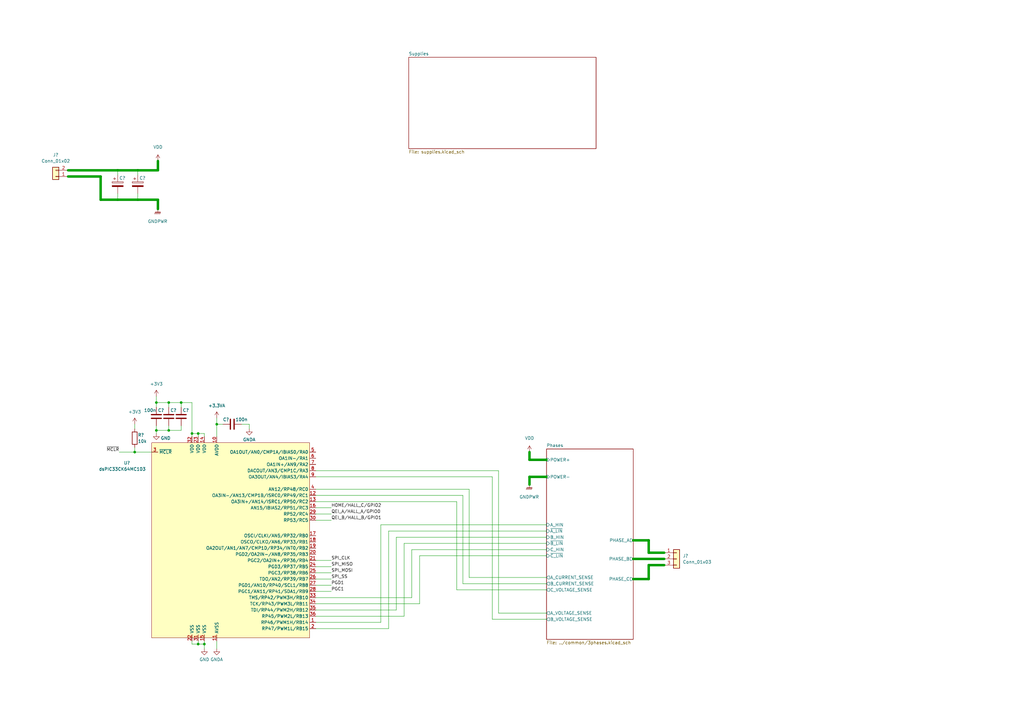
<source format=kicad_sch>
(kicad_sch (version 20211123) (generator eeschema)
  (paper "A3")
  (lib_symbols
    (symbol "Connector_Generic:Conn_01x02" (pin_names (offset 1.016) hide)
      (property "Reference" "J" (at 0 2.54 0))
      (property "Value" "Conn_01x02" (at 0 -5.08 0))
      (symbol "Conn_01x02_1_1"
        (rectangle (start -1.27 -2.413) (end 0 -2.667) (stroke (width 0.1524)))
        (rectangle (start -1.27 0.127) (end 0 -0.127) (stroke (width 0.1524)))
        (rectangle (start -1.27 1.27) (end 1.27 -3.81) (stroke (width 0.254)) (fill (type background)))
        (pin passive line (at -5.08 0 0) (length 3.81) (name "Pin_1") (number "1"))
        (pin passive line (at -5.08 -2.54 0) (length 3.81) (name "Pin_2") (number "2"))
      )
    )
    (symbol "Connector_Generic:Conn_01x03" (pin_names (offset 1.016) hide)
      (property "Reference" "J" (at 0 5.08 0))
      (property "Value" "Conn_01x03" (at 0 -5.08 0))
      (symbol "Conn_01x03_1_1"
        (rectangle (start -1.27 -2.413) (end 0 -2.667) (stroke (width 0.1524)))
        (rectangle (start -1.27 0.127) (end 0 -0.127) (stroke (width 0.1524)))
        (rectangle (start -1.27 2.667) (end 0 2.413) (stroke (width 0.1524)))
        (rectangle (start -1.27 3.81) (end 1.27 -3.81) (stroke (width 0.254)) (fill (type background)))
        (pin passive line (at -5.08 2.54 0) (length 3.81) (name "Pin_1") (number "1"))
        (pin passive line (at -5.08 0 0) (length 3.81) (name "Pin_2") (number "2"))
        (pin passive line (at -5.08 -2.54 0) (length 3.81) (name "Pin_3") (number "3"))
      )
    )
    (symbol "Device:C" (pin_numbers hide) (pin_names (offset 0.254))
      (property "Reference" "C" (at 0.635 2.54 0))
      (property "Value" "C" (at 0.635 -2.54 0))
      (symbol "C_0_1"
        (polyline (pts (xy -2.032 -0.762) (xy 2.032 -0.762)) (stroke (width 0.508)))
        (polyline (pts (xy -2.032 0.762) (xy 2.032 0.762)) (stroke (width 0.508)))
      )
      (symbol "C_1_1"
        (pin passive line (at 0 3.81 270) (length 2.794) (name "~") (number "1"))
        (pin passive line (at 0 -3.81 90) (length 2.794) (name "~") (number "2"))
      )
    )
    (symbol "Device:C_Polarized" (pin_numbers hide) (pin_names (offset 0.254))
      (property "Reference" "C" (at 0.635 2.54 0))
      (property "Value" "C_Polarized" (at 0.635 -2.54 0))
      (symbol "C_Polarized_0_1"
        (rectangle (start -2.286 0.508) (end 2.286 1.016))
        (polyline (pts (xy -1.778 2.286) (xy -0.762 2.286)))
        (polyline (pts (xy -1.27 2.794) (xy -1.27 1.778)))
        (rectangle (start 2.286 -0.508) (end -2.286 -1.016) (fill (type outline)))
      )
      (symbol "C_Polarized_1_1"
        (pin passive line (at 0 3.81 270) (length 2.794) (name "~") (number "1"))
        (pin passive line (at 0 -3.81 90) (length 2.794) (name "~") (number "2"))
      )
    )
    (symbol "Device:R" (pin_numbers hide) (pin_names (offset 0))
      (property "Reference" "R" (at 2.032 0 90))
      (property "Value" "R" (at 0 0 90))
      (symbol "R_0_1"
        (rectangle (start -1.016 -2.54) (end 1.016 2.54) (stroke (width 0.254)))
      )
      (symbol "R_1_1"
        (pin passive line (at 0 3.81 270) (length 1.27) (name "~") (number "1"))
        (pin passive line (at 0 -3.81 90) (length 1.27) (name "~") (number "2"))
      )
    )
    (symbol "power:+3.3V" (power) (pin_names (offset 0))
      (property "Value" "+3.3V" (at 0 3.556 0))
      (symbol "+3.3V_0_1"
        (polyline (pts (xy -0.762 1.27) (xy 0 2.54)))
        (polyline (pts (xy 0 0) (xy 0 2.54)))
        (polyline (pts (xy 0 2.54) (xy 0.762 1.27)))
      )
      (symbol "+3.3V_1_1"
        (pin power_in line (at 0 0 90) (length 0) hide (name "+3V3") (number "1"))
      )
    )
    (symbol "power:+3.3VA" (power) (pin_names (offset 0))
      (property "Value" "+3.3VA" (at 0 3.556 0))
      (symbol "+3.3VA_0_1"
        (polyline (pts (xy -0.762 1.27) (xy 0 2.54)))
        (polyline (pts (xy 0 0) (xy 0 2.54)))
        (polyline (pts (xy 0 2.54) (xy 0.762 1.27)))
      )
      (symbol "+3.3VA_1_1"
        (pin power_in line (at 0 0 90) (length 0) hide (name "+3.3VA") (number "1"))
      )
    )
    (symbol "power:GND" (power) (pin_names (offset 0))
      (property "Value" "GND" (at 0 -3.81 0))
      (symbol "GND_0_1"
        (polyline (pts (xy 0 0) (xy 0 -1.27) (xy 1.27 -1.27) (xy 0 -2.54) (xy -1.27 -1.27) (xy 0 -1.27)))
      )
      (symbol "GND_1_1"
        (pin power_in line (at 0 0 270) (length 0) hide (name "GND") (number "1"))
      )
    )
    (symbol "power:GNDA" (power) (pin_names (offset 0))
      (property "Value" "GNDA" (at 0 -3.81 0))
      (symbol "GNDA_0_1"
        (polyline (pts (xy 0 0) (xy 0 -1.27) (xy 1.27 -1.27) (xy 0 -2.54) (xy -1.27 -1.27) (xy 0 -1.27)))
      )
      (symbol "GNDA_1_1"
        (pin power_in line (at 0 0 270) (length 0) hide (name "GNDA") (number "1"))
      )
    )
    (symbol "power:GNDPWR" (power) (pin_names (offset 0))
      (property "Value" "GNDPWR" (at 0 -3.302 0))
      (symbol "GNDPWR_0_1"
        (polyline (pts (xy 0 -1.27) (xy 0 0)))
        (polyline (pts (xy -1.016 -1.27) (xy -1.27 -2.032) (xy -1.27 -2.032)) (stroke (width 0.2032)))
        (polyline (pts (xy -0.508 -1.27) (xy -0.762 -2.032) (xy -0.762 -2.032)) (stroke (width 0.2032)))
        (polyline (pts (xy 0 -1.27) (xy -0.254 -2.032) (xy -0.254 -2.032)) (stroke (width 0.2032)))
        (polyline (pts (xy 0.508 -1.27) (xy 0.254 -2.032) (xy 0.254 -2.032)) (stroke (width 0.2032)))
        (polyline (pts (xy 1.016 -1.27) (xy -1.016 -1.27) (xy -1.016 -1.27)) (stroke (width 0.2032)))
        (polyline (pts (xy 1.016 -1.27) (xy 0.762 -2.032) (xy 0.762 -2.032) (xy 0.762 -2.032)) (stroke (width 0.2032)))
      )
      (symbol "GNDPWR_1_1"
        (pin power_in line (at 0 0 270) (length 0) hide (name "GNDPWR") (number "1"))
      )
    )
    (symbol "power:VDD" (power) (pin_names (offset 0))
      (property "Value" "VDD" (at 0 3.81 0))
      (symbol "VDD_0_1"
        (polyline (pts (xy -0.762 1.27) (xy 0 2.54)))
        (polyline (pts (xy 0 0) (xy 0 2.54)))
        (polyline (pts (xy 0 2.54) (xy 0.762 1.27)))
      )
      (symbol "VDD_1_1"
        (pin power_in line (at 0 0 90) (length 0) hide (name "VDD") (number "1"))
      )
    )
    (symbol "symbols:dsPIC33CK64MC103"
      (property "Reference" "U" (at -15.24 -1.27 0))
      (property "Value" "dsPIC33CK64MC103" (at -15.24 -1.27 0))
      (symbol "dsPIC33CK64MC103_0_1"
        (rectangle (start -35.56 39.37) (end 29.21 -40.64) (fill (type background)))
      )
      (symbol "dsPIC33CK64MC103_1_1"
        (pin bidirectional line (at 31.75 -34.29 180) (length 2.54) (name "RP46/PWM1H/RB14") (number "1"))
        (pin power_in line (at -8.89 41.91 270) (length 2.54) (name "AVDD") (number "10"))
        (pin power_in line (at -8.89 -41.91 90) (length 2.54) (name "AVSS") (number "11"))
        (pin bidirectional line (at 31.75 17.78 180) (length 2.54) (name "OA3IN-/AN13/CMP1B/ISRC0/RP49/RC1") (number "12"))
        (pin bidirectional line (at 31.75 15.24 180) (length 2.54) (name "OA3IN+/AN14/ISRC1/RP50/RC2") (number "13"))
        (pin power_in line (at -13.97 41.91 270) (length 2.54) (name "VDD") (number "14"))
        (pin power_in line (at -13.97 -41.91 90) (length 2.54) (name "VSS") (number "15"))
        (pin bidirectional line (at 31.75 12.7 180) (length 2.54) (name "AN15/IBIAS2/RP51/RC3") (number "16"))
        (pin bidirectional line (at 31.75 1.27 180) (length 2.54) (name "OSCI/CLKI/AN5/RP32/RB0") (number "17"))
        (pin bidirectional line (at 31.75 -1.27 180) (length 2.54) (name "OSCO/CLKO/AN6/RP33/RB1") (number "18"))
        (pin bidirectional line (at 31.75 -3.81 180) (length 2.54) (name "OA2OUT/AN1/AN7/CMP1D/RP34/INT0/RB2") (number "19"))
        (pin bidirectional line (at 31.75 -36.83 180) (length 2.54) (name "RP47/PWM1L/RB15") (number "2"))
        (pin bidirectional line (at 31.75 -6.35 180) (length 2.54) (name "PGD2/OA2IN-/AN8/RP35/RB3") (number "20"))
        (pin bidirectional line (at 31.75 -8.89 180) (length 2.54) (name "PGC2/OA2IN+/RP36/RB4") (number "21"))
        (pin power_in line (at -19.05 -41.91 90) (length 2.54) (name "VSS") (number "22"))
        (pin power_in line (at -16.51 41.91 270) (length 2.54) (name "VDD") (number "23"))
        (pin bidirectional line (at 31.75 -11.43 180) (length 2.54) (name "PGD3/RP37/RB5") (number "24"))
        (pin bidirectional line (at 31.75 -13.97 180) (length 2.54) (name "PGC3/RP38/RB6") (number "25"))
        (pin bidirectional line (at 31.75 -16.51 180) (length 2.54) (name "TDO/AN2/RP39/RB7") (number "26"))
        (pin bidirectional line (at 31.75 -19.05 180) (length 2.54) (name "PGD1/AN10/RP40/SCL1/RB8") (number "27"))
        (pin bidirectional line (at 31.75 -21.59 180) (length 2.54) (name "PGC1/AN11/RP41/SDA1/RB9") (number "28"))
        (pin bidirectional line (at 31.75 10.16 180) (length 2.54) (name "RP52/RC4") (number "29"))
        (pin input line (at -35.56 35.56 0) (length 2.54) (name "~{MCLR}") (number "3"))
        (pin bidirectional line (at 31.75 7.62 180) (length 2.54) (name "RP53/RC5") (number "30"))
        (pin power_in line (at -16.51 -41.91 90) (length 2.54) (name "VSS") (number "31"))
        (pin power_in line (at -19.05 41.91 270) (length 2.54) (name "VDD") (number "32"))
        (pin bidirectional line (at 31.75 -24.13 180) (length 2.54) (name "TMS/RP42/PWM3H/RB10") (number "33"))
        (pin bidirectional line (at 31.75 -26.67 180) (length 2.54) (name "TCK/RP43/PWM3L/RB11") (number "34"))
        (pin bidirectional line (at 31.75 -29.21 180) (length 2.54) (name "TDI/RP44/PWM2H/RB12") (number "35"))
        (pin bidirectional line (at 31.75 -31.75 180) (length 2.54) (name "RP45/PWM2L/RB13") (number "36"))
        (pin bidirectional line (at 31.75 20.32 180) (length 2.54) (name "AN12/RP48/RC0") (number "4"))
        (pin bidirectional line (at 31.75 35.56 180) (length 2.54) (name "OA1OUT/AN0/CMP1A/IBIAS0/RA0") (number "5"))
        (pin bidirectional line (at 31.75 33.02 180) (length 2.54) (name "OA1IN-/RA1") (number "6"))
        (pin bidirectional line (at 31.75 30.48 180) (length 2.54) (name "OA1IN+/AN9/RA2") (number "7"))
        (pin bidirectional line (at 31.75 27.94 180) (length 2.54) (name "DACOUT/AN3/CMP1C/RA3") (number "8"))
        (pin bidirectional line (at 31.75 25.4 180) (length 2.54) (name "OA3OUT/AN4/IBIAS3/RA4") (number "9"))
      )
    )
  )
  (junction (at 81.28 264.16))
  (junction (at 81.28 177.8))
  (junction (at 88.9 173.99))
  (junction (at 56.515 81.915))
  (junction (at 69.215 176.53))
  (junction (at 83.82 264.16))
  (junction (at 48.26 81.915))
  (junction (at 64.135 176.53))
  (junction (at 69.215 165.1))
  (junction (at 64.135 165.1))
  (junction (at 78.74 177.8))
  (junction (at 56.515 69.85))
  (junction (at 74.295 165.1))
  (junction (at 55.245 185.42))
  (junction (at 48.26 69.85))
  (wire (pts (xy 266.065 237.49) (xy 259.715 237.49)) (stroke (width 1)))
  (wire (pts (xy 224.155 195.58) (xy 217.17 195.58)) (stroke (width 1)))
  (wire (pts (xy 102.235 173.99) (xy 99.06 173.99)))
  (wire (pts (xy 129.54 234.95) (xy 135.89 234.95)))
  (wire (pts (xy 78.74 177.8) (xy 81.28 177.8)))
  (wire (pts (xy 162.56 250.19) (xy 129.54 250.19)))
  (wire (pts (xy 168.91 225.425) (xy 224.155 225.425)))
  (wire (pts (xy 88.9 173.99) (xy 91.44 173.99)))
  (wire (pts (xy 172.085 247.65) (xy 129.54 247.65)))
  (wire (pts (xy 69.215 174.625) (xy 69.215 176.53)))
  (wire (pts (xy 64.135 176.53) (xy 64.135 177.8)))
  (wire (pts (xy 217.17 188.595) (xy 224.155 188.595)) (stroke (width 1)))
  (wire (pts (xy 48.26 79.375) (xy 48.26 81.915)))
  (wire (pts (xy 129.54 213.36) (xy 135.89 213.36)))
  (wire (pts (xy 83.82 177.8) (xy 81.28 177.8)))
  (wire (pts (xy 189.865 239.395) (xy 189.865 203.2)))
  (wire (pts (xy 129.54 242.57) (xy 135.89 242.57)))
  (wire (pts (xy 64.135 162.56) (xy 64.135 165.1)))
  (wire (pts (xy 56.515 69.85) (xy 64.77 69.85)) (stroke (width 1)))
  (wire (pts (xy 129.54 210.82) (xy 135.89 210.82)))
  (wire (pts (xy 48.26 81.915) (xy 56.515 81.915)) (stroke (width 1)))
  (wire (pts (xy 204.47 251.46) (xy 204.47 193.04)))
  (wire (pts (xy 81.28 177.8) (xy 81.28 179.07)))
  (wire (pts (xy 83.82 179.07) (xy 83.82 177.8)))
  (wire (pts (xy 41.275 81.915) (xy 48.26 81.915)) (stroke (width 1)))
  (wire (pts (xy 201.93 195.58) (xy 201.93 254)))
  (wire (pts (xy 224.155 220.345) (xy 162.56 220.345)))
  (wire (pts (xy 172.085 227.965) (xy 172.085 247.65)))
  (wire (pts (xy 88.9 179.07) (xy 88.9 173.99)))
  (wire (pts (xy 129.54 200.66) (xy 192.405 200.66)))
  (wire (pts (xy 224.155 215.265) (xy 156.21 215.265)))
  (wire (pts (xy 187.325 241.935) (xy 187.325 205.74)))
  (wire (pts (xy 224.155 241.935) (xy 187.325 241.935)))
  (wire (pts (xy 224.155 251.46) (xy 204.47 251.46)))
  (wire (pts (xy 165.735 252.73) (xy 165.735 222.885)))
  (wire (pts (xy 69.215 176.53) (xy 74.295 176.53)))
  (wire (pts (xy 129.54 208.28) (xy 135.89 208.28)))
  (wire (pts (xy 64.135 174.625) (xy 64.135 176.53)))
  (wire (pts (xy 259.715 229.235) (xy 272.415 229.235)) (stroke (width 1)))
  (wire (pts (xy 56.515 79.375) (xy 56.515 81.915)))
  (wire (pts (xy 129.54 245.11) (xy 168.91 245.11)))
  (wire (pts (xy 88.9 262.89) (xy 88.9 266.065)))
  (wire (pts (xy 266.065 231.775) (xy 266.065 237.49)) (stroke (width 1)))
  (wire (pts (xy 83.82 264.16) (xy 83.82 266.065)))
  (wire (pts (xy 55.245 185.42) (xy 55.245 183.515)))
  (wire (pts (xy 78.74 264.16) (xy 81.28 264.16)))
  (wire (pts (xy 266.065 226.695) (xy 272.415 226.695)) (stroke (width 1)))
  (wire (pts (xy 129.54 240.03) (xy 135.89 240.03)))
  (wire (pts (xy 224.155 227.965) (xy 172.085 227.965)))
  (wire (pts (xy 192.405 200.66) (xy 192.405 236.855)))
  (wire (pts (xy 78.74 177.8) (xy 78.74 165.1)))
  (wire (pts (xy 129.54 229.87) (xy 135.89 229.87)))
  (wire (pts (xy 156.21 215.265) (xy 156.21 255.27)))
  (wire (pts (xy 69.215 165.1) (xy 64.135 165.1)))
  (wire (pts (xy 64.77 81.915) (xy 64.77 85.725)) (stroke (width 1)))
  (wire (pts (xy 102.235 175.895) (xy 102.235 173.99)))
  (wire (pts (xy 168.91 245.11) (xy 168.91 225.425)))
  (wire (pts (xy 224.155 236.855) (xy 192.405 236.855)))
  (wire (pts (xy 48.895 185.42) (xy 55.245 185.42)))
  (wire (pts (xy 41.275 81.915) (xy 41.275 72.39)) (stroke (width 1)))
  (wire (pts (xy 62.23 185.42) (xy 55.245 185.42)))
  (wire (pts (xy 83.82 264.16) (xy 83.82 262.89)))
  (wire (pts (xy 56.515 81.915) (xy 64.77 81.915)) (stroke (width 1)))
  (wire (pts (xy 162.56 220.345) (xy 162.56 250.19)))
  (wire (pts (xy 78.74 179.07) (xy 78.74 177.8)))
  (wire (pts (xy 81.28 262.89) (xy 81.28 264.16)))
  (wire (pts (xy 129.54 195.58) (xy 201.93 195.58)))
  (wire (pts (xy 56.515 69.85) (xy 56.515 71.755)))
  (wire (pts (xy 159.385 257.81) (xy 159.385 217.805)))
  (wire (pts (xy 55.245 173.99) (xy 55.245 175.895)))
  (wire (pts (xy 224.155 239.395) (xy 189.865 239.395)))
  (wire (pts (xy 64.135 165.1) (xy 64.135 167.005)))
  (wire (pts (xy 129.54 252.73) (xy 165.735 252.73)))
  (wire (pts (xy 204.47 193.04) (xy 129.54 193.04)))
  (wire (pts (xy 201.93 254) (xy 224.155 254)))
  (wire (pts (xy 64.77 66.04) (xy 64.77 69.85)) (stroke (width 1)))
  (wire (pts (xy 266.065 221.615) (xy 266.065 226.695)) (stroke (width 1)))
  (wire (pts (xy 272.415 231.775) (xy 266.065 231.775)) (stroke (width 1)))
  (wire (pts (xy 27.94 72.39) (xy 41.275 72.39)) (stroke (width 1)))
  (wire (pts (xy 165.735 222.885) (xy 224.155 222.885)))
  (wire (pts (xy 81.28 264.16) (xy 83.82 264.16)))
  (wire (pts (xy 156.21 255.27) (xy 129.54 255.27)))
  (wire (pts (xy 217.17 185.42) (xy 217.17 188.595)) (stroke (width 1)))
  (wire (pts (xy 159.385 217.805) (xy 224.155 217.805)))
  (wire (pts (xy 129.54 257.81) (xy 159.385 257.81)))
  (wire (pts (xy 48.26 69.85) (xy 48.26 71.755)))
  (wire (pts (xy 74.295 165.1) (xy 69.215 165.1)))
  (wire (pts (xy 78.74 262.89) (xy 78.74 264.16)))
  (wire (pts (xy 74.295 176.53) (xy 74.295 174.625)))
  (wire (pts (xy 74.295 165.1) (xy 74.295 167.005)))
  (wire (pts (xy 27.94 69.85) (xy 48.26 69.85)) (stroke (width 1)))
  (wire (pts (xy 69.215 165.1) (xy 69.215 167.005)))
  (wire (pts (xy 78.74 165.1) (xy 74.295 165.1)))
  (wire (pts (xy 88.9 171.45) (xy 88.9 173.99)))
  (wire (pts (xy 187.325 205.74) (xy 129.54 205.74)))
  (wire (pts (xy 129.54 232.41) (xy 135.89 232.41)))
  (wire (pts (xy 259.715 221.615) (xy 266.065 221.615)) (stroke (width 1)))
  (wire (pts (xy 129.54 237.49) (xy 135.89 237.49)))
  (wire (pts (xy 64.135 176.53) (xy 69.215 176.53)))
  (wire (pts (xy 189.865 203.2) (xy 129.54 203.2)))
  (wire (pts (xy 48.26 69.85) (xy 56.515 69.85)) (stroke (width 1)))
  (wire (pts (xy 217.17 195.58) (xy 217.17 198.755)) (stroke (width 1)))
  (label "PGC1" (at 135.89 242.57 0))
  (label "PGD1" (at 135.89 240.03 0))
  (label "SPI_SS" (at 135.89 237.49 0))
  (label "SPI_CLK" (at 135.89 229.87 0))
  (label "~{MCLR}" (at 48.895 185.42 180))
  (label "SPI_MOSI" (at 135.89 234.95 0))
  (label "QEI_A{slash}HALL_A{slash}GPIO0" (at 135.89 210.82 0))
  (label "HOME{slash}HALL_C{slash}GPIO2" (at 135.89 208.28 0))
  (label "SPI_MISO" (at 135.89 232.41 0))
  (label "QEI_B{slash}HALL_B{slash}GPIO1" (at 135.89 213.36 0))
  (symbol (lib_id "Device:C") (at 74.295 170.815 180) (unit 1)
    (property "Reference" "C?" (at 74.93 168.275 0) (effects (justify right)))
    (property "Value" "100n" (effects hide))
  )
  (symbol (lib_id "Connector_Generic:Conn_01x02") (at 22.86 72.39 180) (unit 1)
    (property "Reference" "J?" (at 22.86 63.5 0))
    (property "Value" "Conn_01x02" (at 22.86 66.04 0))
  )
  (symbol (lib_id "Device:C_Polarized") (at 48.26 75.565 0) (unit 1)
    (property "Reference" "C?" (at 48.895 73.025 0) (effects (justify left)))
    (property "Value" "C_Polarized" (effects hide))
  )
  (symbol (lib_id "power:+3.3V") (at 55.245 173.99 0) (unit 1)
    (property "Reference" "#PWR?" (effects hide))
    (property "Value" "+3.3V" (at 55.245 168.91 0))
  )
  (symbol (lib_id "power:GNDPWR") (at 64.77 85.725 0) (unit 1)
    (property "Reference" "#PWR?" (effects hide))
    (property "Value" "GNDPWR" (at 64.643 90.805 0))
  )
  (symbol (lib_id "Device:R") (at 55.245 179.705 0) (unit 1)
    (property "Reference" "R?" (at 56.515 178.435 0) (effects (justify left)))
    (property "Value" "10k" (at 56.515 180.975 0) (effects (justify left)))
  )
  (symbol (lib_id "power:+3.3VA") (at 88.9 171.45 0) (unit 1)
    (property "Reference" "#PWR?" (effects hide))
    (property "Value" "+3.3VA" (at 88.9 166.37 0))
  )
  (symbol (lib_id "power:GND") (at 64.135 177.8 0) (unit 1)
    (property "Reference" "#PWR?" (effects hide))
    (property "Value" "GND" (at 67.945 179.705 0))
  )
  (symbol (lib_id "power:GNDPWR") (at 217.17 198.755 0) (unit 1)
    (property "Reference" "#PWR?" (effects hide))
    (property "Value" "GNDPWR" (at 217.043 203.835 0))
  )
  (symbol (lib_id "symbols:dsPIC33CK64MC103") (at 97.79 220.98 0) (unit 1)
    (property "Reference" "U?" (at 52.07 189.865 0))
    (property "Value" "dsPIC33CK64MC103" (at 50.165 192.405 0))
  )
  (symbol (lib_id "Device:C") (at 64.135 170.815 180) (unit 1)
    (property "Reference" "C?" (at 64.77 168.275 0) (effects (justify right)))
    (property "Value" "100n" (at 59.055 168.275 0) (effects (justify right)))
  )
  (symbol (lib_id "power:GNDA") (at 102.235 175.895 0) (unit 1)
    (property "Reference" "#PWR?" (effects hide))
    (property "Value" "GNDA" (at 102.235 180.34 0))
  )
  (symbol (lib_id "power:GND") (at 83.82 266.065 0) (unit 1)
    (property "Reference" "#PWR?" (effects hide))
    (property "Value" "GND" (at 83.82 270.51 0))
  )
  (symbol (lib_id "power:GNDA") (at 88.9 266.065 0) (unit 1)
    (property "Reference" "#PWR?" (effects hide))
    (property "Value" "GNDA" (at 88.9 270.51 0))
  )
  (symbol (lib_id "power:+3.3V") (at 64.135 162.56 0) (unit 1)
    (property "Reference" "#PWR?" (effects hide))
    (property "Value" "+3.3V" (at 64.135 157.48 0))
  )
  (symbol (lib_id "Device:C") (at 69.215 170.815 180) (unit 1)
    (property "Reference" "C?" (at 69.85 168.275 0) (effects (justify right)))
    (property "Value" "100n" (effects hide))
  )
  (symbol (lib_id "power:VDD") (at 217.17 185.42 0) (unit 1)
    (property "Reference" "#PWR?" (effects hide))
    (property "Value" "VDD" (at 217.17 179.705 0))
  )
  (symbol (lib_id "Connector_Generic:Conn_01x03") (at 277.495 229.235 0) (unit 1)
    (property "Reference" "J?" (at 280.035 227.9649 0) (effects (justify left)))
    (property "Value" "Conn_01x03" (at 280.035 230.5049 0) (effects (justify left)))
  )
  (symbol (lib_id "power:VDD") (at 64.77 66.04 0) (unit 1)
    (property "Reference" "#PWR?" (effects hide))
    (property "Value" "VDD" (at 64.77 60.325 0))
  )
  (symbol (lib_id "Device:C_Polarized") (at 56.515 75.565 0) (unit 1)
    (property "Reference" "C?" (at 57.15 73.025 0) (effects (justify left)))
    (property "Value" "C_Polarized" (effects hide))
  )
  (symbol (lib_id "Device:C") (at 95.25 173.99 90) (unit 1)
    (property "Reference" "C?" (at 92.71 172.085 90))
    (property "Value" "100n" (at 99.06 172.085 90))
  )
  (sheet (at 167.64 23.495) (size 76.835 37.465) (stroke (width 0.1524))
    (property "Sheet name" "Supplies" (at 167.64 22.7834 0) (effects (justify left bottom)))
    (property "Sheet file" "supplies.kicad_sch" (at 167.64 61.5446 0) (effects (justify left top)))
  )
  (sheet (at 224.155 184.15) (size 35.56 78.105) (stroke (width 0.1524))
    (property "Sheet name" "Phases" (at 224.155 183.4384 0) (effects (justify left bottom)))
    (property "Sheet file" "../common/3phases.kicad_sch" (at 224.155 262.8396 0) (effects (justify left top)))
    (pin "~{C_LIN}" input (at 224.155 227.965 180))
    (pin "C_HIN" input (at 224.155 225.425 180))
    (pin "B_HIN" input (at 224.155 220.345 180))
    (pin "~{B_LIN}" input (at 224.155 222.885 180))
    (pin "~{A_LIN}" input (at 224.155 217.805 180))
    (pin "A_HIN" input (at 224.155 215.265 180))
    (pin "A_CURRENT_SENSE" output (at 224.155 236.855 180))
    (pin "B_CURRENT_SENSE" output (at 224.155 239.395 180))
    (pin "B_VOLTAGE_SENSE" output (at 224.155 254 180))
    (pin "C_VOLTAGE_SENSE" output (at 224.155 241.935 180))
    (pin "PHASE_C" output (at 259.715 237.49 0))
    (pin "A_VOLTAGE_SENSE" output (at 224.155 251.46 180))
    (pin "PHASE_B" output (at 259.715 229.235 0))
    (pin "PHASE_A" output (at 259.715 221.615 0))
    (pin "POWER+" input (at 224.155 188.595 180))
    (pin "POWER-" input (at 224.155 195.58 180))
  )
)
</source>
